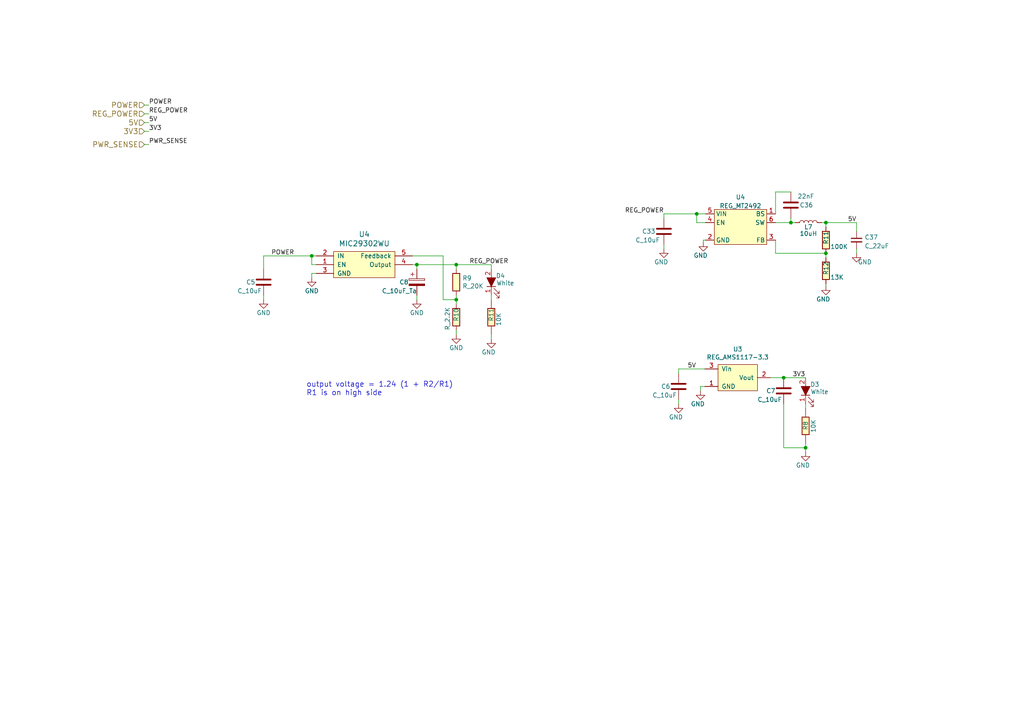
<source format=kicad_sch>
(kicad_sch (version 20230121) (generator eeschema)
  (paper "A4")
  (lib_symbols
    (symbol "Open Automation:C_22nF" (pin_numbers hide) (pin_names (offset 0.254))
      (property "Reference" "C?" (at 2.54 0 0))
      (property "Value" "C_22nF" (at 1.27 -2.54 0))
      (symbol "C_22nF_0_1"
        (polyline (pts (xy -2.032 -0.762) (xy 2.032 -0.762)) (stroke (width 0.508)))
        (polyline (pts (xy -2.032 0.762) (xy 2.032 0.762)) (stroke (width 0.508)))
      )
      (symbol "C_22nF_1_1"
        (pin passive line (at 0 3.81 270) (length 2.794) (name "~") (number "1"))
        (pin passive line (at 0 -3.81 90) (length 2.794) (name "~") (number "2"))
      )
    )
    (symbol "Open Automation:C_22uF" (pin_numbers hide) (pin_names (offset 0.254) hide)
      (property "Reference" "C" (at 0.254 1.778 0))
      (property "Value" "C_22uF" (at 0.254 -2.032 0))
      (symbol "C_22uF_0_1"
        (polyline (pts (xy -1.524 -0.508) (xy 1.524 -0.508)) (stroke (width 0.3302)))
        (polyline (pts (xy -1.524 0.508) (xy 1.524 0.508)) (stroke (width 0.3048)))
      )
      (symbol "C_22uF_1_1"
        (pin passive line (at 0 2.54 270) (length 1.905) (name "~") (number "1"))
        (pin passive line (at 0 -2.54 90) (length 2.032) (name "~") (number "2"))
      )
    )
    (symbol "Open Automation:L_10uH" (pin_numbers hide) (pin_names (offset 1.016) hide)
      (property "Reference" "L?" (at 1.27 -1.27 0))
      (property "Value" "L_10uH" (at 1.27 -3.81 0))
      (symbol "L_10uH_0_1"
        (arc (start 0 0) (mid -0.635 0.6323) (end -1.27 0))
        (arc (start 1.27 0) (mid 0.635 0.6323) (end 0 0))
        (arc (start 2.54 0) (mid 1.905 0.6323) (end 1.27 0))
        (arc (start 3.81 0) (mid 3.175 0.6323) (end 2.54 0))
      )
      (symbol "L_10uH_1_1"
        (pin passive line (at -2.54 0 0) (length 1.27) (name "1") (number "1"))
        (pin passive line (at 5.08 0 180) (length 1.27) (name "2") (number "2"))
      )
    )
    (symbol "Open Automation:REG_MT2492"
      (property "Reference" "U4" (at 0 12.4628 0))
      (property "Value" "REG_MT2492" (at 0 9.9259 0))
      (symbol "REG_MT2492_0_1"
        (rectangle (start -7.62 8.89) (end 7.62 -1.27) (fill (type background)))
      )
      (symbol "REG_MT2492_1_1"
        (pin input line (at 10.16 7.62 180) (length 2.54) (name "BS") (number "1"))
        (pin power_in line (at -10.16 0 0) (length 2.54) (name "GND") (number "2"))
        (pin input line (at 10.16 0 180) (length 2.54) (name "FB") (number "3"))
        (pin input line (at -10.16 5.08 0) (length 2.54) (name "EN") (number "4"))
        (pin power_in line (at -10.16 7.62 0) (length 2.54) (name "VIN") (number "5"))
        (pin power_out line (at 10.16 5.08 180) (length 2.54) (name "SW") (number "6"))
      )
    )
    (symbol "Open Automation:R_100K_0402" (pin_numbers hide) (pin_names (offset 0))
      (property "Reference" "R" (at 0 0 90))
      (property "Value" "R_100K_0402" (at -1.905 0 90))
      (symbol "R_100K_0402_0_1"
        (rectangle (start -1.016 -2.54) (end 1.016 2.54) (stroke (width 0.254)) (fill (type background)))
      )
      (symbol "R_100K_0402_1_1"
        (pin passive line (at 0 3.81 270) (length 1.27) (name "~") (number "1"))
        (pin passive line (at 0 -3.81 90) (length 1.27) (name "~") (number "2"))
      )
    )
    (symbol "Open Automation:R_13K" (pin_numbers hide) (pin_names (offset 0))
      (property "Reference" "R?" (at 0 -0.635 90))
      (property "Value" "R_13K" (at 1.778 -1.7022 0))
      (symbol "R_13K_0_1"
        (rectangle (start -1.016 -2.54) (end 1.016 2.54) (stroke (width 0.254)) (fill (type background)))
      )
      (symbol "R_13K_1_1"
        (pin passive line (at 0 3.81 270) (length 1.27) (name "~") (number "1"))
        (pin passive line (at 0 -3.81 90) (length 1.27) (name "~") (number "2"))
      )
    )
    (symbol "Open_Automation:C_10uF" (pin_numbers hide) (pin_names (offset 0.254))
      (property "Reference" "C" (at 0.635 2.54 0))
      (property "Value" "C_10uF" (at 1.27 -2.54 0))
      (symbol "C_10uF_0_1"
        (polyline (pts (xy -2.032 -0.762) (xy 2.032 -0.762)) (stroke (width 0.508)))
        (polyline (pts (xy -2.032 0.762) (xy 2.032 0.762)) (stroke (width 0.508)))
      )
      (symbol "C_10uF_1_1"
        (pin passive line (at 0 3.81 270) (length 2.794) (name "~") (number "1"))
        (pin passive line (at 0 -3.81 90) (length 2.794) (name "~") (number "2"))
      )
    )
    (symbol "Open_Automation:C_10uF_Ta" (pin_numbers hide) (pin_names (offset 0.254))
      (property "Reference" "C" (at 0.635 2.54 0))
      (property "Value" "C_10uF_Ta" (at 0.635 -2.54 0))
      (symbol "C_10uF_Ta_0_1"
        (rectangle (start -2.286 0.508) (end 2.286 1.016))
        (polyline (pts (xy -1.778 2.286) (xy -0.762 2.286)))
        (polyline (pts (xy -1.27 2.794) (xy -1.27 1.778)))
        (rectangle (start 2.286 -0.508) (end -2.286 -1.016) (fill (type outline)))
      )
      (symbol "C_10uF_Ta_1_1"
        (pin passive line (at 0 3.81 270) (length 2.794) (name "~") (number "1"))
        (pin passive line (at 0 -3.81 90) (length 2.794) (name "~") (number "2"))
      )
    )
    (symbol "Open_Automation:MIC29302WU" (pin_names (offset 1.016))
      (property "Reference" "U9" (at 1.27 8.8138 0))
      (property "Value" "MIC29302WU" (at 1.27 6.1214 0))
      (symbol "MIC29302WU_0_1"
        (rectangle (start 10.16 3.81) (end -7.62 -3.81) (fill (type background)))
      )
      (symbol "MIC29302WU_1_1"
        (pin input line (at -12.7 0 0) (length 5.08) (name "EN") (number "1"))
        (pin input line (at -12.7 2.54 0) (length 5.08) (name "IN") (number "2"))
        (pin input line (at -12.7 -2.54 0) (length 5.08) (name "GND") (number "3"))
        (pin power_out line (at 15.24 0 180) (length 5.08) (name "Output") (number "4"))
        (pin input line (at 15.24 2.54 180) (length 5.08) (name "Feedback") (number "5"))
      )
    )
    (symbol "Open_Automation:REG_AMS1117-3.3" (pin_names (offset 1.016))
      (property "Reference" "U8" (at -0.635 8.255 0))
      (property "Value" "REG_AMS1117-3.3" (at -0.635 5.9436 0))
      (symbol "REG_AMS1117-3.3_0_1"
        (rectangle (start -6.35 3.81) (end 5.08 -3.81) (fill (type background)))
      )
      (symbol "REG_AMS1117-3.3_1_1"
        (pin power_in line (at -10.16 -2.54 0) (length 3.81) (name "GND") (number "1"))
        (pin power_out line (at 8.89 0 180) (length 3.81) (name "Vout") (number "2"))
        (pin power_in line (at -10.16 2.54 0) (length 3.81) (name "Vin") (number "3"))
      )
    )
    (symbol "Open_Automation:R_10K_0402" (pin_numbers hide) (pin_names (offset 0))
      (property "Reference" "R" (at 0 0 90))
      (property "Value" "R_10K_0402" (at -1.905 0 90))
      (symbol "R_10K_0402_0_1"
        (rectangle (start -1.016 -2.54) (end 1.016 2.54) (stroke (width 0.254)) (fill (type background)))
      )
      (symbol "R_10K_0402_1_1"
        (pin passive line (at 0 -5.08 90) (length 2.54) (name "~") (number "1"))
        (pin passive line (at 0 5.08 270) (length 2.54) (name "~") (number "2"))
      )
    )
    (symbol "Open_Automation:R_2.2K" (pin_numbers hide) (pin_names (offset 0))
      (property "Reference" "R" (at 0 0 90))
      (property "Value" "R_2.2K" (at -1.905 0 90))
      (symbol "R_2.2K_0_1"
        (rectangle (start -1.016 -2.54) (end 1.016 2.54) (stroke (width 0.254)) (fill (type background)))
      )
      (symbol "R_2.2K_1_1"
        (pin passive line (at 0 3.81 270) (length 1.27) (name "~") (number "1"))
        (pin passive line (at 0 -3.81 90) (length 1.27) (name "~") (number "2"))
      )
    )
    (symbol "Open_Automation:R_20K" (pin_numbers hide) (pin_names (offset 0))
      (property "Reference" "R" (at 0 0 90))
      (property "Value" "R_20K" (at -1.905 0 90))
      (symbol "R_20K_0_1"
        (rectangle (start -1.016 -2.54) (end 1.016 2.54) (stroke (width 0.254)) (fill (type background)))
      )
      (symbol "R_20K_1_1"
        (pin passive line (at 0 3.81 270) (length 1.27) (name "~") (number "1"))
        (pin passive line (at 0 -3.81 90) (length 1.27) (name "~") (number "2"))
      )
    )
    (symbol "R_10K_0402_3" (pin_numbers hide) (pin_names (offset 0))
      (property "Reference" "R" (at 0 0 90))
      (property "Value" "R_10K_0402_3" (at -1.905 0 90))
      (symbol "R_10K_0402_3_0_1"
        (rectangle (start -1.016 -2.54) (end 1.016 2.54) (stroke (width 0.254)) (fill (type background)))
      )
      (symbol "R_10K_0402_3_1_1"
        (pin passive line (at 0 -5.08 90) (length 2.54) (name "~") (number "1"))
        (pin passive line (at 0 5.08 270) (length 2.54) (name "~") (number "2"))
      )
    )
    (symbol "open_automation:LED-0603-W" (pin_names (offset 1.016) hide)
      (property "Reference" "D2" (at -1.6002 6.4516 0))
      (property "Value" "LED-0603-W" (at -1.6002 3.9116 0))
      (symbol "LED-0603-W_0_1"
        (polyline (pts (xy -1.27 -1.27) (xy -1.27 1.27)) (stroke (width 0.2032)))
        (polyline (pts (xy 1.27 -1.27) (xy 1.27 1.27) (xy -1.27 0) (xy 1.27 -1.27)) (stroke (width 0.2032)) (fill (type outline)))
        (polyline (pts (xy -3.048 -0.762) (xy -4.572 -2.286) (xy -3.81 -2.286) (xy -4.572 -2.286) (xy -4.572 -1.524)))
        (polyline (pts (xy -1.778 -0.762) (xy -3.302 -2.286) (xy -2.54 -2.286) (xy -3.302 -2.286) (xy -3.302 -1.524)))
      )
      (symbol "LED-0603-W_1_1"
        (pin passive line (at -3.81 0 0) (length 2.54) (name "K") (number "1"))
        (pin passive line (at 3.81 0 180) (length 2.54) (name "A") (number "2"))
      )
    )
    (symbol "power:GND" (power) (pin_names (offset 0))
      (property "Value" "GND" (at 0 -3.81 0))
      (symbol "GND_0_1"
        (polyline (pts (xy 0 0) (xy 0 -1.27) (xy 1.27 -1.27) (xy 0 -2.54) (xy -1.27 -1.27) (xy 0 -1.27)))
      )
      (symbol "GND_1_1"
        (pin power_in line (at 0 0 270) (length 0) hide (name "GND") (number "1"))
      )
    )
  )
  (junction (at 90.424 74.2188))
  (junction (at 202.0824 62.0268))
  (junction (at 132.334 86.9188))
  (junction (at 229.3874 64.5668))
  (junction (at 239.5474 73.4568))
  (junction (at 132.334 76.7588))
  (junction (at 120.904 76.7588))
  (junction (at 227.3046 109.5502))
  (junction (at 233.6546 129.8702))
  (junction (at 239.5474 64.5668))
  (wire (pts (xy 224.9424 73.4568) (xy 224.9424 69.6468)))
  (wire (pts (xy 227.3046 117.1702) (xy 227.3046 129.8702)))
  (wire (pts (xy 203.1746 112.0902) (xy 204.4446 112.0902)))
  (wire (pts (xy 229.3874 64.5668) (xy 224.9424 64.5668)))
  (wire (pts (xy 239.5474 73.4568) (xy 239.5474 74.7268)))
  (wire (pts (xy 224.9424 55.6768) (xy 229.3874 55.6768)))
  (wire (pts (xy 229.3874 63.2968) (xy 229.3874 64.5668)))
  (wire (pts (xy 202.0824 62.0268) (xy 204.6224 62.0268)))
  (wire (pts (xy 233.6546 118.4402) (xy 233.6546 117.1702)))
  (wire (pts (xy 132.334 76.7588) (xy 142.494 76.7588)))
  (wire (pts (xy 41.91 35.56) (xy 43.18 35.56)))
  (wire (pts (xy 196.8246 117.1702) (xy 196.8246 115.9002)))
  (wire (pts (xy 227.3046 109.5502) (xy 233.6546 109.5502)))
  (wire (pts (xy 90.424 79.2988) (xy 91.694 79.2988)))
  (wire (pts (xy 233.6546 129.8702) (xy 233.6546 131.1402)))
  (wire (pts (xy 142.494 85.6488) (xy 142.494 86.9188)))
  (wire (pts (xy 90.424 76.7588) (xy 90.424 74.2188)))
  (wire (pts (xy 41.91 41.91) (xy 43.18 41.91)))
  (wire (pts (xy 76.454 74.2188) (xy 90.424 74.2188)))
  (wire (pts (xy 132.334 86.9188) (xy 132.334 88.1888)))
  (wire (pts (xy 41.91 33.02) (xy 43.18 33.02)))
  (wire (pts (xy 196.8246 108.2802) (xy 196.8246 107.0102)))
  (wire (pts (xy 142.494 97.0788) (xy 142.494 98.3488)))
  (wire (pts (xy 204.6224 64.5668) (xy 202.0824 64.5668)))
  (wire (pts (xy 238.2774 64.5668) (xy 239.5474 64.5668)))
  (wire (pts (xy 248.4374 72.1868) (xy 248.4374 73.4568)))
  (wire (pts (xy 142.494 76.7588) (xy 142.494 78.0288)))
  (wire (pts (xy 239.5474 64.5668) (xy 239.5474 65.8368)))
  (wire (pts (xy 128.524 74.2188) (xy 128.524 86.9188)))
  (wire (pts (xy 41.91 30.48) (xy 43.18 30.48)))
  (wire (pts (xy 223.4946 109.5502) (xy 227.3046 109.5502)))
  (wire (pts (xy 132.334 97.0788) (xy 132.334 95.8088)))
  (wire (pts (xy 91.694 76.7588) (xy 90.424 76.7588)))
  (wire (pts (xy 132.334 76.7588) (xy 132.334 78.0288)))
  (wire (pts (xy 120.904 86.9188) (xy 120.904 85.6488)))
  (wire (pts (xy 192.5574 63.2968) (xy 192.5574 62.0268)))
  (wire (pts (xy 120.904 78.0288) (xy 120.904 76.7588)))
  (wire (pts (xy 224.9424 62.0268) (xy 224.9424 55.6768)))
  (wire (pts (xy 120.904 76.7588) (xy 132.334 76.7588)))
  (wire (pts (xy 128.524 86.9188) (xy 132.334 86.9188)))
  (wire (pts (xy 203.1746 113.3602) (xy 203.1746 112.0902)))
  (wire (pts (xy 239.5474 82.3468) (xy 239.5474 82.9818)))
  (wire (pts (xy 76.454 78.0288) (xy 76.454 74.2188)))
  (wire (pts (xy 41.91 38.1) (xy 43.18 38.1)))
  (wire (pts (xy 120.904 76.7588) (xy 119.634 76.7588)))
  (wire (pts (xy 203.9874 69.6468) (xy 204.6224 69.6468)))
  (wire (pts (xy 233.6546 128.6002) (xy 233.6546 129.8702)))
  (wire (pts (xy 239.5474 73.4568) (xy 224.9424 73.4568)))
  (wire (pts (xy 202.0824 64.5668) (xy 202.0824 62.0268)))
  (wire (pts (xy 90.424 74.2188) (xy 91.694 74.2188)))
  (wire (pts (xy 203.9874 70.2818) (xy 203.9874 69.6468)))
  (wire (pts (xy 196.8246 107.0102) (xy 204.4446 107.0102)))
  (wire (pts (xy 132.334 85.6488) (xy 132.334 86.9188)))
  (wire (pts (xy 76.454 85.6488) (xy 76.454 86.9188)))
  (wire (pts (xy 119.634 74.2188) (xy 128.524 74.2188)))
  (wire (pts (xy 192.5574 62.0268) (xy 202.0824 62.0268)))
  (wire (pts (xy 248.4374 67.1068) (xy 248.4374 64.5668)))
  (wire (pts (xy 229.3874 64.5668) (xy 230.6574 64.5668)))
  (wire (pts (xy 239.5474 64.5668) (xy 248.4374 64.5668)))
  (wire (pts (xy 233.6546 129.8702) (xy 227.3046 129.8702)))
  (wire (pts (xy 192.5574 70.9168) (xy 192.5574 72.1868)))
  (wire (pts (xy 90.424 80.5688) (xy 90.424 79.2988)))
  (text "output voltage = 1.24 (1 + R2{slash}R1)\nR1 is on high side" (at 88.8492 114.9604 0) (effects (font (size 1.524 1.524)) (justify left bottom)))
  (label "POWER" (at 43.18 30.48 0))
  (label "3V3" (at 229.8446 109.5502 0))
  (label "3V3" (at 43.18 38.1 0))
  (label "5V" (at 245.8974 64.5668 0))
  (label "REG_POWER" (at 192.5574 62.0268 180))
  (label "5V" (at 201.9046 107.0102 180))
  (label "PWR_SENSE" (at 43.18 41.91 0))
  (label "REG_POWER" (at 136.144 76.7588 0))
  (label "REG_POWER" (at 43.18 33.02 0))
  (label "POWER" (at 85.344 74.2188 180))
  (label "5V" (at 43.18 35.56 0))
  (hierarchical_label "PWR_SENSE" (shape input) (at 41.91 41.91 180) (effects (font (size 1.524 1.524))))
  (hierarchical_label "5V" (shape input) (at 41.91 35.56 180) (effects (font (size 1.524 1.524))))
  (hierarchical_label "POWER" (shape input) (at 41.91 30.48 180) (effects (font (size 1.524 1.524))))
  (hierarchical_label "REG_POWER" (shape input) (at 41.91 33.02 180) (effects (font (size 1.524 1.524))))
  (hierarchical_label "3V3" (shape input) (at 41.91 38.1 180) (effects (font (size 1.524 1.524))))
  (symbol (lib_id "power:GND") (at 196.8246 117.1702 0) (unit 1)
    (property "Reference" "#PWR026" (effects hide))
    (property "Value" "GND" (at 198.0946 120.9802 0) (effects (justify right)))
  )
  (symbol (lib_id "power:GND") (at 203.1746 113.3602 0) (unit 1)
    (property "Reference" "#PWR027" (effects hide))
    (property "Value" "GND" (at 204.4446 117.1702 0) (effects (justify right)))
  )
  (symbol (lib_id "Open_Automation:C_10uF") (at 227.3046 113.3602 0) (unit 1)
    (property "Reference" "C7" (at 222.2246 113.3602 0) (effects (justify left)))
    (property "Value" "C_10uF" (at 219.6846 115.9002 0) (effects (justify left)))
    (property "Footprint" "Capacitor_SMD:C_0805_2012Metric_Pad1.18x1.45mm_HandSolder" (effects hide))
    (property "Datasheet" "https://datasheet.lcsc.com/szlcsc/Samsung-Electro-Mechanics-CL21A106KAYNNNE_C15850.pdf" (effects hide))
    (property "Part Number" "CL21A106KAYNNNE" (effects hide))
    (property "LCSC" "C15850" (effects hide))
  )
  (symbol (lib_id "Open_Automation:MIC29302WU") (at 104.394 76.7588 0) (unit 1)
    (property "Reference" "U4" (at 105.664 67.945 0) (effects (font (size 1.524 1.524))))
    (property "Value" "MIC29302WU" (at 105.664 70.6374 0) (effects (font (size 1.524 1.524))))
    (property "Footprint" "Package_TO_SOT_SMD:TO-263-5_TabPin3" (effects hide))
    (property "Datasheet" "https://datasheet.lcsc.com/szlcsc/Microchip-Tech-MIC29302WU_C11149.pdf" (effects hide))
    (property "Part Number" "MIC29302WU-TR" (effects hide))
    (property "LCSC" "C11149" (effects hide))
  )
  (symbol (lib_id "Open_Automation:C_10uF_Ta") (at 120.904 81.8388 0) (unit 1)
    (property "Reference" "C8" (at 115.824 81.8388 0) (effects (justify left)))
    (property "Value" "C_10uF_Ta" (at 110.744 84.3788 0) (effects (justify left)))
    (property "Footprint" "Capacitor_Tantalum_SMD:CP_EIA-6032-15_Kemet-U_Pad2.25x2.35mm_HandSolder" (effects hide))
    (property "Datasheet" "https://datasheet.lcsc.com/szlcsc/KEMET-T491C106K025AT_C116748.pdf" (effects hide))
    (property "Part Number" "T491C106K025AT" (effects hide))
    (property "LCSC" "C116748" (effects hide))
  )
  (symbol (lib_id "power:GND") (at 233.6546 131.1402 0) (unit 1)
    (property "Reference" "#PWR029" (effects hide))
    (property "Value" "GND" (at 234.9246 134.9502 0) (effects (justify right)))
  )
  (symbol (lib_id "power:GND") (at 142.494 98.3488 0) (unit 1)
    (property "Reference" "#PWR032" (effects hide))
    (property "Value" "GND" (at 143.764 102.1588 0) (effects (justify right)))
  )
  (symbol (lib_id "Open_Automation:C_10uF") (at 196.8246 112.0902 0) (unit 1)
    (property "Reference" "C6" (at 191.7446 112.0902 0) (effects (justify left)))
    (property "Value" "C_10uF" (at 189.2046 114.6302 0) (effects (justify left)))
    (property "Footprint" "Capacitor_SMD:C_0805_2012Metric_Pad1.18x1.45mm_HandSolder" (effects hide))
    (property "Datasheet" "https://datasheet.lcsc.com/szlcsc/Samsung-Electro-Mechanics-CL21A106KAYNNNE_C15850.pdf" (effects hide))
    (property "Part Number" "CL21A106KAYNNNE" (effects hide))
    (property "LCSC" "C15850" (effects hide))
  )
  (symbol (lib_id "Open_Automation:C_10uF") (at 76.454 81.8388 0) (unit 1)
    (property "Reference" "C5" (at 71.374 81.8388 0) (effects (justify left)))
    (property "Value" "C_10uF" (at 68.834 84.3788 0) (effects (justify left)))
    (property "Footprint" "Capacitor_SMD:C_0805_2012Metric_Pad1.18x1.45mm_HandSolder" (effects hide))
    (property "Datasheet" "https://datasheet.lcsc.com/szlcsc/Samsung-Electro-Mechanics-CL21A106KAYNNNE_C15850.pdf" (effects hide))
    (property "Part Number" "CL21A106KAYNNNE" (effects hide))
    (property "LCSC" "C15850" (effects hide))
  )
  (symbol (lib_id "power:GND") (at 132.334 97.0788 0) (unit 1)
    (property "Reference" "#PWR031" (effects hide))
    (property "Value" "GND" (at 132.334 100.8888 0))
  )
  (symbol (lib_id "power:GND") (at 90.424 80.5688 0) (unit 1)
    (property "Reference" "#PWR028" (effects hide))
    (property "Value" "GND" (at 90.424 84.3788 0))
  )
  (symbol (lib_id "power:GND") (at 76.454 86.9188 0) (unit 1)
    (property "Reference" "#PWR025" (effects hide))
    (property "Value" "GND" (at 76.454 90.7288 0))
  )
  (symbol (lib_id "power:GND") (at 120.904 86.9188 0) (unit 1)
    (property "Reference" "#PWR030" (effects hide))
    (property "Value" "GND" (at 120.904 90.7288 0))
  )
  (symbol (lib_id "Open_Automation:R_2.2K") (at 132.334 91.9988 0) (unit 1)
    (property "Reference" "R10" (at 132.334 93.2688 90) (effects (justify left)))
    (property "Value" "R_2.2K" (at 129.794 95.8088 90) (effects (justify left)))
    (property "Footprint" "Resistor_SMD:R_0402_1005Metric_Pad0.72x0.64mm_HandSolder" (effects hide))
    (property "Datasheet" "https://datasheet.lcsc.com/szlcsc/Uniroyal-Elec-0402WGF2201TCE_C25879.pdf" (effects hide))
    (property "LCSC" "C4190" (effects hide))
  )
  (symbol (lib_id "Open_Automation:R_20K") (at 132.334 81.8388 0) (unit 1)
    (property "Reference" "R9" (at 134.112 80.6704 0) (effects (justify left)))
    (property "Value" "R_20K" (at 134.112 82.9818 0) (effects (justify left)))
    (property "Footprint" "Resistor_SMD:R_0402_1005Metric_Pad0.72x0.64mm_HandSolder" (effects hide))
    (property "Datasheet" "https://datasheet.lcsc.com/szlcsc/Uniroyal-Elec-0402WGF2002TCE_C25765.pdf" (effects hide))
    (property "Part Number" "0402WGF2002TCE" (effects hide))
    (property "LCSC" "C25765" (effects hide))
  )
  (symbol (lib_id "Open_Automation:REG_AMS1117-3.3") (at 214.6046 109.5502 0) (unit 1)
    (property "Reference" "U3" (at 213.9696 101.2952 0))
    (property "Value" "REG_AMS1117-3.3" (at 213.9696 103.6066 0))
    (property "Footprint" "Package_TO_SOT_SMD:SOT-223-3_TabPin2" (effects hide))
    (property "Datasheet" "https://datasheet.lcsc.com/szlcsc/1811201117_Advanced-Monolithic-Systems-AMS-AMS1117-3-3_C6186.pdf" (effects hide))
    (property "Part Number" "AMS1117-3.3" (effects hide))
    (property "LCSC" "C347222" (effects hide))
  )
  (symbol (lib_name "R_10K_0402_3") (lib_id "Open_Automation:R_10K_0402") (at 142.494 91.9988 0) (unit 1)
    (property "Reference" "R11" (at 142.494 93.2688 90) (effects (justify left)))
    (property "Value" "10K" (at 144.6276 94.5896 90) (effects (justify left)))
    (property "Footprint" "Resistor_SMD:R_0402_1005Metric_Pad0.72x0.64mm_HandSolder" (effects hide))
    (property "Datasheet" "https://datasheet.lcsc.com/szlcsc/Uniroyal-Elec-0402WGF1002TCE_C25744.pdf" (effects hide))
    (property "Part Number" "0402WGF1002TCE" (effects hide))
    (property "LCSC" "C25744" (effects hide))
  )
  (symbol (lib_id "Open_Automation:R_10K_0402") (at 233.6546 123.5202 0) (unit 1)
    (property "Reference" "R8" (at 233.6546 124.7902 90) (effects (justify left)))
    (property "Value" "10K" (at 235.9152 125.5268 90) (effects (justify left)))
    (property "Footprint" "Resistor_SMD:R_0402_1005Metric_Pad0.72x0.64mm_HandSolder" (effects hide))
    (property "Datasheet" "https://datasheet.lcsc.com/szlcsc/Uniroyal-Elec-0402WGF1002TCE_C25744.pdf" (effects hide))
    (property "Part Number" "0402WGF1002TCE" (effects hide))
    (property "LCSC" "C25744" (effects hide))
  )
  (symbol (lib_id "power:GND") (at 203.9874 70.2818 0) (unit 1)
    (property "Reference" "#PWR022" (effects hide))
    (property "Value" "GND" (at 205.2574 74.0918 0) (effects (justify right)))
    (instances (project "audio-amplifier" (path "" (reference "#PWR022") (unit 1))) (project "strike-controller" (path "" (reference "#PWR026") (unit 1))) (project "access-controller" (path "" (reference "#PWR024") (unit 1))))
  )
  (symbol (lib_id "Open Automation:C_22nF") (at 229.3874 59.4868 0) (unit 1)
    (property "Reference" "C36" (at 231.9274 59.4868 0) (effects (justify left)))
    (property "Value" "22nF" (at 231.2924 56.9468 0) (effects (justify left)))
    (property "Footprint" "Capacitor_SMD:C_0402_1005Metric" (effects hide))
    (property "Datasheet" "https://datasheet.lcsc.com/lcsc/1811141710_FH-Guangdong-Fenghua-Advanced-Tech-0402B223K500NT_C1532.pdf" (effects hide))
    (property "LCSC" "C1532" (effects hide))
    (property "Part Number" "0402B223K500NT" (effects hide))
    (instances (project "audio-amplifier" (path "" (reference "C36") (unit 1))) (project "strike-controller" (path "" (reference "C11") (unit 1))) (project "access-controller" (path "" (reference "C17") (unit 1))))
  )
  (symbol (lib_id "Open Automation:R_13K") (at 239.5474 78.5368 0) (unit 1)
    (property "Reference" "R12" (at 239.5474 79.8068 90) (effects (justify left)))
    (property "Value" "13K" (at 240.8174 80.4418 0) (effects (justify left)))
    (property "Footprint" "Resistor_SMD:R_0603_1608Metric" (effects hide))
    (property "Datasheet" "https://datasheet.lcsc.com/lcsc/2206010130_UNI-ROYAL-Uniroyal-Elec-0603WAF1302T5E_C22797.pdf" (effects hide))
    (property "Part Number" "0603WAF1302T5E" (effects hide))
    (property "LCSC" "C22797" (effects hide))
    (instances (project "audio-amplifier" (path "" (reference "R12") (unit 1))) (project "strike-controller" (path "" (reference "R?") (unit 1))) (project "access-controller" (path "" (reference "R7") (unit 1))))
  )
  (symbol (lib_id "Open Automation:R_100K_0402") (at 239.5474 69.6468 0) (unit 1)
    (property "Reference" "R11" (at 239.5474 70.9168 90) (effects (justify left)))
    (property "Value" "100K" (at 240.8174 71.5518 0) (effects (justify left)))
    (property "Footprint" "Resistor_SMD:R_0402_1005Metric_Pad0.72x0.64mm_HandSolder" (effects hide))
    (property "Datasheet" "https://datasheet.lcsc.com/lcsc/1810111814_UNI-ROYAL-Uniroyal-Elec-0402WGF1003TCE_C25741.pdf" (effects hide))
    (property "Part Number" "0402WGF1003TCE" (effects hide))
    (property "LCSC" "C25741" (effects hide))
    (instances (project "audio-amplifier" (path "" (reference "R11") (unit 1))) (project "strike-controller" (path "" (reference "R?") (unit 1))) (project "access-controller" (path "" (reference "R6") (unit 1))))
  )
  (symbol (lib_id "Open Automation:L_10uH") (at 233.1974 64.5668 0) (unit 1)
    (property "Reference" "L7" (at 234.4674 65.8368 0))
    (property "Value" "10uH" (at 234.4674 67.7418 0))
    (property "Footprint" "Open_Automation:L_4x4" (effects hide))
    (property "Datasheet" "https://datasheet.lcsc.com/lcsc/2110091730_Sunlord-WPN4020H100MT_C98364.pdf" (effects hide))
    (property "Part Number" "WPN4020H100MT" (effects hide))
    (property "LCSC" "C98364" (effects hide))
    (instances (project "audio-amplifier" (path "" (reference "L7") (unit 1))) (project "strike-controller" (path "" (reference "L1") (unit 1))) (project "access-controller" (path "" (reference "L1") (unit 1))))
  )
  (symbol (lib_id "open_automation:LED-0603-W") (at 142.494 81.8388 90) (unit 1)
    (property "Reference" "D4" (at 143.8148 79.9846 90) (effects (justify right)))
    (property "Value" "White" (at 143.9418 82.1182 90) (effects (justify right)))
    (property "Footprint" "LED_SMD:LED_0603_1608Metric_Pad1.05x0.95mm_HandSolder" (effects hide))
    (property "Datasheet" "https://jlcpcb.com/partdetail/Hubei_KentoElec-KT0603W/C2290" (effects hide))
    (property "Part Number" "KT-0603W" (effects hide))
    (property "LCSC" "C2290" (effects hide))
  )
  (symbol (lib_id "Open Automation:C_22uF") (at 248.4374 69.6468 0) (unit 1)
    (property "Reference" "C37" (at 250.7615 68.8184 0) (effects (justify left)))
    (property "Value" "C_22uF" (at 250.7615 71.3553 0) (effects (justify left)))
    (property "Footprint" "Capacitor_SMD:C_0603_1608Metric_Pad1.08x0.95mm_HandSolder" (effects hide))
    (property "Datasheet" "https://datasheet.lcsc.com/szlcsc/Samsung-Electro-Mechanics-CL10A226MQ8NRNC_C59461.pdf" (effects hide))
    (property "Part Number" "CL10A226MQ8NRNC" (effects hide))
    (property "LCSC" "C59461" (effects hide))
    (instances (project "audio-amplifier" (path "" (reference "C37") (unit 1))) (project "strike-controller" (path "" (reference "C12") (unit 1))) (project "access-controller" (path "" (reference "C18") (unit 1))))
  )
  (symbol (lib_id "Open_Automation:C_10uF") (at 192.5574 67.1068 0) (unit 1)
    (property "Reference" "C33" (at 186.2074 67.1068 0) (effects (justify left)))
    (property "Value" "C_10uF" (at 184.3024 69.6468 0) (effects (justify left)))
    (property "Footprint" "Capacitor_SMD:C_0805_2012Metric_Pad1.18x1.45mm_HandSolder" (effects hide))
    (property "Datasheet" "https://datasheet.lcsc.com/szlcsc/Samsung-Electro-Mechanics-CL21A106KAYNNNE_C15850.pdf" (effects hide))
    (property "Part Number" "CL21A106KAYNNNE" (effects hide))
    (property "LCSC" "C15850" (effects hide))
    (instances (project "audio-amplifier" (path "" (reference "C33") (unit 1))) (project "strike-controller" (path "" (reference "C10") (unit 1))) (project "access-controller" (path "" (reference "C16") (unit 1))))
  )
  (symbol (lib_id "Open Automation:REG_MT2492") (at 214.7824 69.6468 0) (unit 1)
    (property "Reference" "U4" (at 214.7824 57.184 0))
    (property "Value" "REG_MT2492" (at 214.7824 59.7209 0))
    (property "Footprint" "Package_TO_SOT_SMD:SOT-23-6_Handsoldering" (effects hide))
    (property "Datasheet" "https://datasheet.lcsc.com/lcsc/1810262207_XI-AN-Aerosemi-Tech-MT2492_C89358.pdf" (effects hide))
    (property "Part Number" "MT2492" (effects hide))
    (property "LCSC" "C89358" (effects hide))
    (instances (project "audio-amplifier" (path "" (reference "U4") (unit 1))) (project "strike-controller" (path "" (reference "U4") (unit 1))) (project "access-controller" (path "" (reference "U8") (unit 1))))
  )
  (symbol (lib_id "power:GND") (at 192.5574 72.1868 0) (unit 1)
    (property "Reference" "#PWR016" (effects hide))
    (property "Value" "GND" (at 193.8274 75.9968 0) (effects (justify right)))
    (instances (project "audio-amplifier" (path "" (reference "#PWR016") (unit 1))) (project "strike-controller" (path "" (reference "#PWR05") (unit 1))) (project "access-controller" (path "" (reference "#PWR04") (unit 1))))
  )
  (symbol (lib_id "power:GND") (at 248.4374 73.4568 0) (unit 1)
    (property "Reference" "#PWR025" (effects hide))
    (property "Value" "GND" (at 252.8824 75.9968 0) (effects (justify right)))
    (instances (project "audio-amplifier" (path "" (reference "#PWR025") (unit 1))) (project "strike-controller" (path "" (reference "#PWR028") (unit 1))) (project "access-controller" (path "" (reference "#PWR057") (unit 1))))
  )
  (symbol (lib_id "power:GND") (at 239.5474 82.9818 0) (unit 1)
    (property "Reference" "#PWR024" (effects hide))
    (property "Value" "GND" (at 240.8174 86.7918 0) (effects (justify right)))
    (instances (project "audio-amplifier" (path "" (reference "#PWR024") (unit 1))) (project "strike-controller" (path "" (reference "#PWR027") (unit 1))) (project "access-controller" (path "" (reference "#PWR056") (unit 1))))
  )
  (symbol (lib_id "open_automation:LED-0603-W") (at 233.6546 113.3602 90) (unit 1)
    (property "Reference" "D3" (at 234.9754 111.506 90) (effects (justify right)))
    (property "Value" "White" (at 235.1024 113.6396 90) (effects (justify right)))
    (property "Footprint" "LED_SMD:LED_0603_1608Metric_Pad1.05x0.95mm_HandSolder" (effects hide))
    (property "Datasheet" "https://jlcpcb.com/partdetail/Hubei_KentoElec-KT0603W/C2290" (effects hide))
    (property "Part Number" "KT-0603W" (effects hide))
    (property "LCSC" "C2290" (effects hide))
  )
)
</source>
